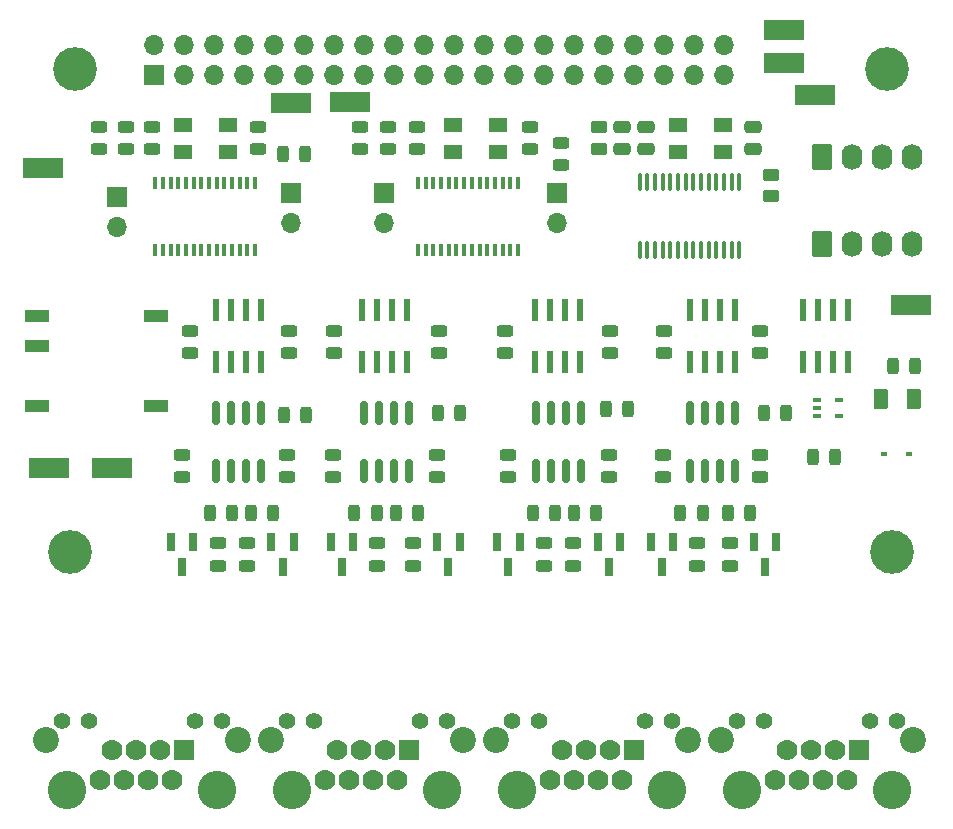
<source format=gts>
%TF.GenerationSoftware,KiCad,Pcbnew,5.99.0-unknown-47cb7f53fd~143~ubuntu20.04.1*%
%TF.CreationDate,2021-11-23T21:15:48-08:00*%
%TF.ProjectId,acorn-serial,61636f72-6e2d-4736-9572-69616c2e6b69,rev?*%
%TF.SameCoordinates,Original*%
%TF.FileFunction,Soldermask,Top*%
%TF.FilePolarity,Negative*%
%FSLAX46Y46*%
G04 Gerber Fmt 4.6, Leading zero omitted, Abs format (unit mm)*
G04 Created by KiCad (PCBNEW 5.99.0-unknown-47cb7f53fd~143~ubuntu20.04.1) date 2021-11-23 21:15:48*
%MOMM*%
%LPD*%
G01*
G04 APERTURE LIST*
G04 Aperture macros list*
%AMRoundRect*
0 Rectangle with rounded corners*
0 $1 Rounding radius*
0 $2 $3 $4 $5 $6 $7 $8 $9 X,Y pos of 4 corners*
0 Add a 4 corners polygon primitive as box body*
4,1,4,$2,$3,$4,$5,$6,$7,$8,$9,$2,$3,0*
0 Add four circle primitives for the rounded corners*
1,1,$1+$1,$2,$3*
1,1,$1+$1,$4,$5*
1,1,$1+$1,$6,$7*
1,1,$1+$1,$8,$9*
0 Add four rect primitives between the rounded corners*
20,1,$1+$1,$2,$3,$4,$5,0*
20,1,$1+$1,$4,$5,$6,$7,0*
20,1,$1+$1,$6,$7,$8,$9,0*
20,1,$1+$1,$8,$9,$2,$3,0*%
G04 Aperture macros list end*
%ADD10RoundRect,0.243750X-0.243750X-0.456250X0.243750X-0.456250X0.243750X0.456250X-0.243750X0.456250X0*%
%ADD11RoundRect,0.243750X0.456250X-0.243750X0.456250X0.243750X-0.456250X0.243750X-0.456250X-0.243750X0*%
%ADD12R,1.700000X1.700000*%
%ADD13O,1.700000X1.700000*%
%ADD14RoundRect,0.243750X-0.456250X0.243750X-0.456250X-0.243750X0.456250X-0.243750X0.456250X0.243750X0*%
%ADD15RoundRect,0.243750X0.243750X0.456250X-0.243750X0.456250X-0.243750X-0.456250X0.243750X-0.456250X0*%
%ADD16R,3.400000X1.800000*%
%ADD17R,0.584200X1.981200*%
%ADD18RoundRect,0.070000X-0.300000X0.650000X-0.300000X-0.650000X0.300000X-0.650000X0.300000X0.650000X0*%
%ADD19RoundRect,0.150000X-0.150000X0.825000X-0.150000X-0.825000X0.150000X-0.825000X0.150000X0.825000X0*%
%ADD20R,1.600000X1.300000*%
%ADD21C,3.700000*%
%ADD22R,0.600000X0.450000*%
%ADD23C,3.251200*%
%ADD24R,1.778000X1.778000*%
%ADD25C,1.778000*%
%ADD26C,1.400000*%
%ADD27C,2.200000*%
%ADD28R,0.400000X1.100000*%
%ADD29RoundRect,0.250000X0.375000X0.625000X-0.375000X0.625000X-0.375000X-0.625000X0.375000X-0.625000X0*%
%ADD30RoundRect,0.100000X-0.225000X-0.100000X0.225000X-0.100000X0.225000X0.100000X-0.225000X0.100000X0*%
%ADD31RoundRect,0.100000X-0.100000X0.637500X-0.100000X-0.637500X0.100000X-0.637500X0.100000X0.637500X0*%
%ADD32RoundRect,0.250000X-0.620000X-0.845000X0.620000X-0.845000X0.620000X0.845000X-0.620000X0.845000X0*%
%ADD33O,1.740000X2.190000*%
%ADD34RoundRect,0.250000X-0.450000X0.262500X-0.450000X-0.262500X0.450000X-0.262500X0.450000X0.262500X0*%
%ADD35RoundRect,0.250000X0.450000X-0.262500X0.450000X0.262500X-0.450000X0.262500X-0.450000X-0.262500X0*%
%ADD36R,2.100000X1.000000*%
%ADD37RoundRect,0.250000X0.475000X-0.250000X0.475000X0.250000X-0.475000X0.250000X-0.475000X-0.250000X0*%
%ADD38RoundRect,0.250000X-0.475000X0.250000X-0.475000X-0.250000X0.475000X-0.250000X0.475000X0.250000X0*%
G04 APERTURE END LIST*
D10*
X175962500Y-97350000D03*
X177837500Y-97350000D03*
D11*
X128053000Y-106577500D03*
X128053000Y-104702500D03*
D12*
X131750000Y-75000000D03*
D13*
X131750000Y-77540000D03*
D10*
X171800500Y-93640000D03*
X173675500Y-93640000D03*
D14*
X117800000Y-69462500D03*
X117800000Y-71337500D03*
D15*
X133037500Y-93850000D03*
X131162500Y-93850000D03*
D16*
X173500000Y-64000000D03*
X136800000Y-67300000D03*
X184250000Y-84500000D03*
D12*
X154300000Y-75000000D03*
D13*
X154300000Y-77540000D03*
D17*
X141623000Y-84930200D03*
X140353000Y-84930200D03*
X139083000Y-84930200D03*
X137813000Y-84930200D03*
X137813000Y-89349800D03*
X139083000Y-89349800D03*
X140353000Y-89349800D03*
X141623000Y-89349800D03*
D15*
X146062500Y-93640000D03*
X144187500Y-93640000D03*
D16*
X176100000Y-66750000D03*
D11*
X131463000Y-99077500D03*
X131463000Y-97202500D03*
D18*
X164118000Y-104590000D03*
X162218000Y-104590000D03*
X163168000Y-106690000D03*
D19*
X156333000Y-93665000D03*
X155063000Y-93665000D03*
X153793000Y-93665000D03*
X152523000Y-93665000D03*
X152523000Y-98615000D03*
X153793000Y-98615000D03*
X155063000Y-98615000D03*
X156333000Y-98615000D03*
D20*
X122600000Y-71550000D03*
X126400000Y-71550000D03*
X126400000Y-69250000D03*
X122600000Y-69250000D03*
D18*
X123503000Y-104590000D03*
X121603000Y-104590000D03*
X122553000Y-106690000D03*
D14*
X150178000Y-97202500D03*
X150178000Y-99077500D03*
D15*
X184587500Y-89700000D03*
X182712500Y-89700000D03*
D11*
X125553000Y-106577500D03*
X125553000Y-104702500D03*
D21*
X182644000Y-105400000D03*
D11*
X155678000Y-106577500D03*
X155678000Y-104702500D03*
X153178000Y-106577500D03*
X153178000Y-104702500D03*
D18*
X146038000Y-104590000D03*
X144138000Y-104590000D03*
X145088000Y-106690000D03*
X151128000Y-104590000D03*
X149228000Y-104590000D03*
X150178000Y-106690000D03*
D11*
X154600000Y-72637500D03*
X154600000Y-70762500D03*
D10*
X140630500Y-102140000D03*
X142505500Y-102140000D03*
D16*
X110750000Y-72928000D03*
D10*
X152240500Y-102140000D03*
X154115500Y-102140000D03*
D11*
X171450000Y-88577500D03*
X171450000Y-86702500D03*
D18*
X159628000Y-104590000D03*
X157728000Y-104590000D03*
X158678000Y-106690000D03*
D22*
X184050000Y-97100000D03*
X181950000Y-97100000D03*
D23*
X144544000Y-125586000D03*
X131844000Y-125586000D03*
D24*
X141749000Y-122156000D03*
D25*
X140729000Y-124696000D03*
X139719000Y-122156000D03*
X138699000Y-124696000D03*
X137689000Y-122156000D03*
X136669000Y-124696000D03*
X135659000Y-122156000D03*
X134639000Y-124696000D03*
D26*
X144989000Y-119746000D03*
X142699000Y-119746000D03*
X133689000Y-119746000D03*
X131399000Y-119746000D03*
D27*
X130064000Y-121346000D03*
X146324000Y-121346000D03*
D11*
X135382000Y-88577500D03*
X135382000Y-86702500D03*
D18*
X137038000Y-104590000D03*
X135138000Y-104590000D03*
X136088000Y-106690000D03*
D11*
X144272000Y-88567500D03*
X144272000Y-86692500D03*
X152000000Y-71337500D03*
X152000000Y-69462500D03*
X142088000Y-106577500D03*
X142088000Y-104702500D03*
X144163000Y-99077500D03*
X144163000Y-97202500D03*
D21*
X113478000Y-64540000D03*
D14*
X115500000Y-69462500D03*
X115500000Y-71337500D03*
D11*
X120000000Y-71337500D03*
X120000000Y-69462500D03*
D23*
X125494000Y-125586000D03*
X112794000Y-125586000D03*
D24*
X122699000Y-122156000D03*
D25*
X121679000Y-124696000D03*
X120669000Y-122156000D03*
X119649000Y-124696000D03*
X118639000Y-122156000D03*
X117619000Y-124696000D03*
X116609000Y-122156000D03*
X115589000Y-124696000D03*
D26*
X125939000Y-119746000D03*
X123649000Y-119746000D03*
X114639000Y-119746000D03*
X112349000Y-119746000D03*
D27*
X111014000Y-121346000D03*
X127274000Y-121346000D03*
D10*
X124865500Y-102140000D03*
X126740500Y-102140000D03*
X168730500Y-102140000D03*
X170605500Y-102140000D03*
D28*
X128725000Y-74150000D03*
X128075000Y-74150000D03*
X127425000Y-74150000D03*
X126775000Y-74150000D03*
X126125000Y-74150000D03*
X125475000Y-74150000D03*
X124825000Y-74150000D03*
X124175000Y-74150000D03*
X123525000Y-74150000D03*
X122875000Y-74150000D03*
X122225000Y-74150000D03*
X121575000Y-74150000D03*
X120925000Y-74150000D03*
X120275000Y-74150000D03*
X120275000Y-79850000D03*
X120925000Y-79850000D03*
X121575000Y-79850000D03*
X122225000Y-79850000D03*
X122875000Y-79850000D03*
X123525000Y-79850000D03*
X124175000Y-79850000D03*
X124825000Y-79850000D03*
X125475000Y-79850000D03*
X126125000Y-79850000D03*
X126775000Y-79850000D03*
X127425000Y-79850000D03*
X128075000Y-79850000D03*
X128725000Y-79850000D03*
D17*
X169323000Y-84930200D03*
X168053000Y-84930200D03*
X166783000Y-84930200D03*
X165513000Y-84930200D03*
X165513000Y-89349800D03*
X166783000Y-89349800D03*
X168053000Y-89349800D03*
X169323000Y-89349800D03*
D10*
X158412500Y-93350000D03*
X160287500Y-93350000D03*
X137130500Y-102140000D03*
X139005500Y-102140000D03*
D17*
X178961000Y-84930200D03*
X177691000Y-84930200D03*
X176421000Y-84930200D03*
X175151000Y-84930200D03*
X175151000Y-89349800D03*
X176421000Y-89349800D03*
X177691000Y-89349800D03*
X178961000Y-89349800D03*
D14*
X137600000Y-69462500D03*
X137600000Y-71337500D03*
D23*
X163594000Y-125586000D03*
X150894000Y-125586000D03*
D24*
X160799000Y-122156000D03*
D25*
X159779000Y-124696000D03*
X158769000Y-122156000D03*
X157749000Y-124696000D03*
X156739000Y-122156000D03*
X155719000Y-124696000D03*
X154709000Y-122156000D03*
X153689000Y-124696000D03*
D26*
X164039000Y-119746000D03*
X161749000Y-119746000D03*
X152739000Y-119746000D03*
X150449000Y-119746000D03*
D27*
X149114000Y-121346000D03*
X165374000Y-121346000D03*
D19*
X129208000Y-93665000D03*
X127938000Y-93665000D03*
X126668000Y-93665000D03*
X125398000Y-93665000D03*
X125398000Y-98615000D03*
X126668000Y-98615000D03*
X127938000Y-98615000D03*
X129208000Y-98615000D03*
D18*
X132003000Y-104590000D03*
X130103000Y-104590000D03*
X131053000Y-106690000D03*
D17*
X156263000Y-84930200D03*
X154993000Y-84930200D03*
X153723000Y-84930200D03*
X152453000Y-84930200D03*
X152453000Y-89349800D03*
X153723000Y-89349800D03*
X154993000Y-89349800D03*
X156263000Y-89349800D03*
D11*
X142396000Y-71337500D03*
X142396000Y-69462500D03*
D10*
X155740500Y-102140000D03*
X157615500Y-102140000D03*
D11*
X129000000Y-71337500D03*
X129000000Y-69462500D03*
D10*
X164730500Y-102140000D03*
X166605500Y-102140000D03*
X128365500Y-102140000D03*
X130240500Y-102140000D03*
D12*
X117031000Y-75382000D03*
D13*
X117031000Y-77922000D03*
D21*
X182210000Y-64540000D03*
D12*
X139600000Y-75000000D03*
D13*
X139600000Y-77540000D03*
D20*
X145522000Y-71550000D03*
X149322000Y-71550000D03*
X149322000Y-69250000D03*
X145522000Y-69250000D03*
D14*
X122573000Y-97202500D03*
X122573000Y-99077500D03*
D11*
X158750000Y-88577500D03*
X158750000Y-86702500D03*
D10*
X131046500Y-71752000D03*
X132921500Y-71752000D03*
D14*
X163268000Y-97202500D03*
X163268000Y-99077500D03*
D11*
X149860000Y-88577500D03*
X149860000Y-86702500D03*
D14*
X140000000Y-69462500D03*
X140000000Y-71337500D03*
D29*
X184500000Y-92500000D03*
X181700000Y-92500000D03*
D17*
X129208000Y-84930200D03*
X127938000Y-84930200D03*
X126668000Y-84930200D03*
X125398000Y-84930200D03*
X125398000Y-89349800D03*
X126668000Y-89349800D03*
X127938000Y-89349800D03*
X129208000Y-89349800D03*
D23*
X169944000Y-125586000D03*
X182644000Y-125586000D03*
D24*
X179849000Y-122156000D03*
D25*
X178829000Y-124696000D03*
X177819000Y-122156000D03*
X176799000Y-124696000D03*
X175789000Y-122156000D03*
X174769000Y-124696000D03*
X173759000Y-122156000D03*
X172739000Y-124696000D03*
D26*
X183089000Y-119746000D03*
X180799000Y-119746000D03*
X171789000Y-119746000D03*
X169499000Y-119746000D03*
D27*
X168164000Y-121346000D03*
X184424000Y-121346000D03*
D28*
X150975000Y-74150000D03*
X150325000Y-74150000D03*
X149675000Y-74150000D03*
X149025000Y-74150000D03*
X148375000Y-74150000D03*
X147725000Y-74150000D03*
X147075000Y-74150000D03*
X146425000Y-74150000D03*
X145775000Y-74150000D03*
X145125000Y-74150000D03*
X144475000Y-74150000D03*
X143825000Y-74150000D03*
X143175000Y-74150000D03*
X142525000Y-74150000D03*
X142525000Y-79850000D03*
X143175000Y-79850000D03*
X143825000Y-79850000D03*
X144475000Y-79850000D03*
X145125000Y-79850000D03*
X145775000Y-79850000D03*
X146425000Y-79850000D03*
X147075000Y-79850000D03*
X147725000Y-79850000D03*
X148375000Y-79850000D03*
X149025000Y-79850000D03*
X149675000Y-79850000D03*
X150325000Y-79850000D03*
X150975000Y-79850000D03*
D18*
X172868000Y-104590000D03*
X170968000Y-104590000D03*
X171918000Y-106690000D03*
D16*
X131800000Y-67400000D03*
D11*
X131572000Y-88577500D03*
X131572000Y-86702500D03*
X171468000Y-99077500D03*
X171468000Y-97202500D03*
D16*
X173500000Y-61250000D03*
D11*
X166168000Y-106577500D03*
X166168000Y-104702500D03*
X168918000Y-106577500D03*
X168918000Y-104702500D03*
X123190000Y-88567500D03*
X123190000Y-86692500D03*
D14*
X135318000Y-97202500D03*
X135318000Y-99077500D03*
D19*
X141723000Y-93665000D03*
X140453000Y-93665000D03*
X139183000Y-93665000D03*
X137913000Y-93665000D03*
X137913000Y-98615000D03*
X139183000Y-98615000D03*
X140453000Y-98615000D03*
X141723000Y-98615000D03*
D11*
X158678000Y-99077500D03*
X158678000Y-97202500D03*
X163322000Y-88577500D03*
X163322000Y-86702500D03*
D19*
X169323000Y-93665000D03*
X168053000Y-93665000D03*
X166783000Y-93665000D03*
X165513000Y-93665000D03*
X165513000Y-98615000D03*
X166783000Y-98615000D03*
X168053000Y-98615000D03*
X169323000Y-98615000D03*
D11*
X139088000Y-106577500D03*
X139088000Y-104702500D03*
D21*
X113048000Y-105400000D03*
D30*
X176300000Y-92600000D03*
X176300000Y-93250000D03*
X176300000Y-93900000D03*
X178200000Y-93900000D03*
X178200000Y-92600000D03*
D31*
X169725000Y-74137500D03*
X169075000Y-74137500D03*
X168425000Y-74137500D03*
X167775000Y-74137500D03*
X167125000Y-74137500D03*
X166475000Y-74137500D03*
X165825000Y-74137500D03*
X165175000Y-74137500D03*
X164525000Y-74137500D03*
X163875000Y-74137500D03*
X163225000Y-74137500D03*
X162575000Y-74137500D03*
X161925000Y-74137500D03*
X161275000Y-74137500D03*
X161275000Y-79862500D03*
X161925000Y-79862500D03*
X162575000Y-79862500D03*
X163225000Y-79862500D03*
X163875000Y-79862500D03*
X164525000Y-79862500D03*
X165175000Y-79862500D03*
X165825000Y-79862500D03*
X166475000Y-79862500D03*
X167125000Y-79862500D03*
X167775000Y-79862500D03*
X168425000Y-79862500D03*
X169075000Y-79862500D03*
X169725000Y-79862500D03*
D32*
X176690000Y-79320000D03*
D33*
X179230000Y-79320000D03*
X181770000Y-79320000D03*
X184310000Y-79320000D03*
D16*
X116586000Y-98312000D03*
D34*
X157800000Y-69487500D03*
X157800000Y-71312500D03*
D35*
X172400000Y-75312500D03*
X172400000Y-73487500D03*
D32*
X176710000Y-72020000D03*
D33*
X179250000Y-72020000D03*
X181790000Y-72020000D03*
X184330000Y-72020000D03*
D36*
X110250000Y-85440000D03*
X110250000Y-87980000D03*
X110250000Y-93060000D03*
X120350000Y-93060000D03*
X120350000Y-85440000D03*
D16*
X111236000Y-98312000D03*
D37*
X161850000Y-71350000D03*
X161850000Y-69450000D03*
X170900000Y-71350000D03*
X170900000Y-69450000D03*
D38*
X159800000Y-69450000D03*
X159800000Y-71350000D03*
D20*
X164500000Y-71550000D03*
X168300000Y-71550000D03*
X168300000Y-69250000D03*
X164500000Y-69250000D03*
D12*
X120160000Y-65006000D03*
D13*
X120160000Y-62466000D03*
X122700000Y-65006000D03*
X122700000Y-62466000D03*
X125240000Y-65006000D03*
X125240000Y-62466000D03*
X127780000Y-65006000D03*
X127780000Y-62466000D03*
X130320000Y-65006000D03*
X130320000Y-62466000D03*
X132860000Y-65006000D03*
X132860000Y-62466000D03*
X135400000Y-65006000D03*
X135400000Y-62466000D03*
X137940000Y-65006000D03*
X137940000Y-62466000D03*
X140480000Y-65006000D03*
X140480000Y-62466000D03*
X143020000Y-65006000D03*
X143020000Y-62466000D03*
X145560000Y-65006000D03*
X145560000Y-62466000D03*
X148100000Y-65006000D03*
X148100000Y-62466000D03*
X150640000Y-65006000D03*
X150640000Y-62466000D03*
X153180000Y-65006000D03*
X153180000Y-62466000D03*
X155720000Y-65006000D03*
X155720000Y-62466000D03*
X158260000Y-65006000D03*
X158260000Y-62466000D03*
X160800000Y-65006000D03*
X160800000Y-62466000D03*
X163340000Y-65006000D03*
X163340000Y-62466000D03*
X165880000Y-65006000D03*
X165880000Y-62466000D03*
X168420000Y-65006000D03*
X168420000Y-62466000D03*
M02*

</source>
